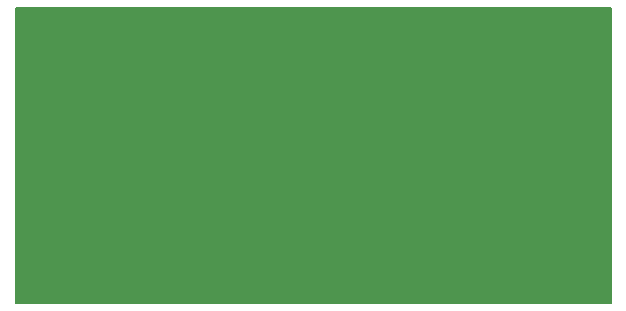
<source format=gbr>
G04 #@! TF.GenerationSoftware,KiCad,Pcbnew,(5.1.5)-3*
G04 #@! TF.CreationDate,2020-02-17T19:45:54-07:00*
G04 #@! TF.ProjectId,antenna,616e7465-6e6e-4612-9e6b-696361645f70,A*
G04 #@! TF.SameCoordinates,Original*
G04 #@! TF.FileFunction,Copper,L2,Bot*
G04 #@! TF.FilePolarity,Positive*
%FSLAX46Y46*%
G04 Gerber Fmt 4.6, Leading zero omitted, Abs format (unit mm)*
G04 Created by KiCad (PCBNEW (5.1.5)-3) date 2020-02-17 19:45:54*
%MOMM*%
%LPD*%
G04 APERTURE LIST*
%ADD10C,0.600000*%
%ADD11C,0.127000*%
G04 APERTURE END LIST*
D10*
X126897160Y-106731280D03*
X125677160Y-105731280D03*
X123507160Y-105731280D03*
X122297160Y-106931280D03*
X122297160Y-109131280D03*
X123477160Y-110321280D03*
X125727160Y-110321280D03*
X126897160Y-109331280D03*
X126897160Y-100635280D03*
X125677160Y-99635280D03*
X123507160Y-99635280D03*
X122297160Y-100835280D03*
X122297160Y-103035280D03*
X123477160Y-104225280D03*
X125727160Y-104225280D03*
X126897160Y-103235280D03*
X126897160Y-94539280D03*
X125677160Y-93539280D03*
X123507160Y-93539280D03*
X122297160Y-94739280D03*
X122297160Y-96939280D03*
X123477160Y-98129280D03*
X125727160Y-98129280D03*
X126897160Y-97139280D03*
D11*
G36*
X171234500Y-114084500D02*
G01*
X120865500Y-114084500D01*
X120865500Y-89115500D01*
X171234501Y-89115500D01*
X171234500Y-114084500D01*
G37*
X171234500Y-114084500D02*
X120865500Y-114084500D01*
X120865500Y-89115500D01*
X171234501Y-89115500D01*
X171234500Y-114084500D01*
M02*

</source>
